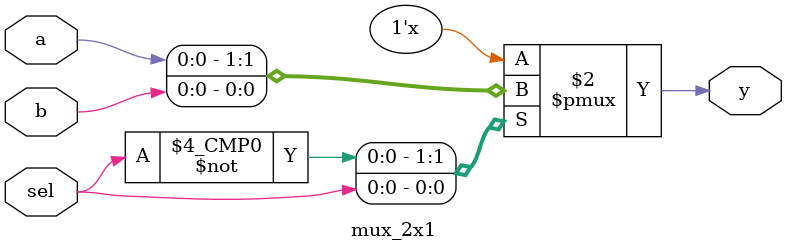
<source format=v>
`timescale 1ns / 1ps

module mux_2x1(
    input a,b,sel,
    output reg y
    );
    always@(*)begin
        case(sel)
            1'b0: y=a;
            1'b1: y=b;
            default: y=1'bx;
        endcase
    end
endmodule
</source>
